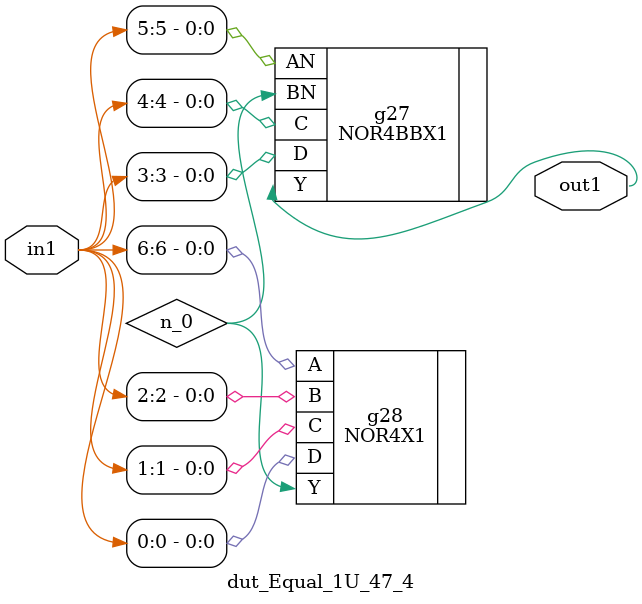
<source format=v>
`timescale 1ps / 1ps


module dut_Equal_1U_47_4(in1, out1);
  input [6:0] in1;
  output out1;
  wire [6:0] in1;
  wire out1;
  wire n_0;
  NOR4BBX1 g27(.AN (in1[5]), .BN (n_0), .C (in1[4]), .D (in1[3]), .Y
       (out1));
  NOR4X1 g28(.A (in1[6]), .B (in1[2]), .C (in1[1]), .D (in1[0]), .Y
       (n_0));
endmodule



</source>
